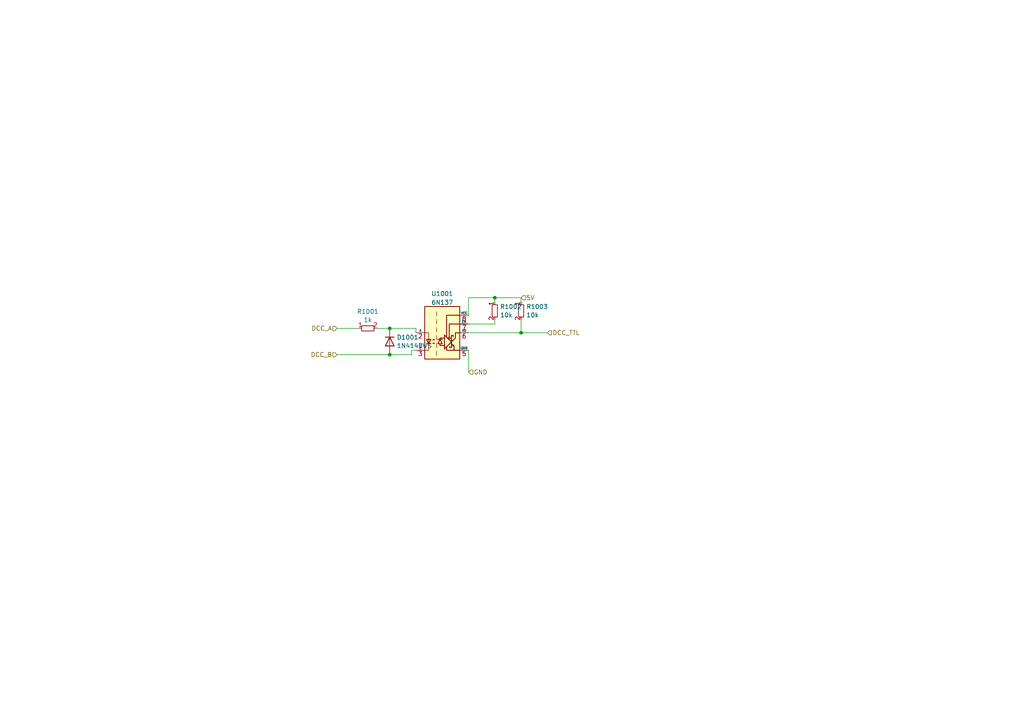
<source format=kicad_sch>
(kicad_sch (version 20231120) (generator "eeschema") (generator_version "8.0")
  (paper "A4")
  (lib_symbols
    (symbol "Isolator:6N137" (pin_names (offset 0))
      (property "Reference" "U" (at -4.064 8.89 0))
      (property "Value" "6N137" (at 0 -8.89 0))
      (symbol "6N137_0_1"
        (polyline (pts (xy 2.667 -3.556) (xy 2.667 -1.651)) (stroke (width 0.254)))
        (polyline (pts (xy 2.667 -2.159) (xy 2.667 -2.921)) (stroke (width 0.254)))
        (polyline (pts (xy 3.429 -3.937) (xy 3.429 -5.08)) (stroke (width 0.254)))
        (polyline (pts (xy -0.635 -3.302) (xy -0.635 -3.683) (xy 0.635 -3.683)) (stroke (width 0.254)))
        (polyline (pts (xy -0.635 -1.905) (xy -0.635 -1.524) (xy 0.508 -1.524)) (stroke (width 0.254)))
        (polyline (pts (xy 1.27 -4.064) (xy 1.27 -5.08) (xy 5.08 -5.08)) (stroke (width 0.254)))
        (polyline (pts (xy 1.27 -1.27) (xy 1.27 5.08) (xy 5.08 5.08)) (stroke (width 0.254)))
        (polyline (pts (xy 2.032 -1.27) (xy 2.032 2.54) (xy 5.08 2.54)) (stroke (width 0.254)))
        (polyline (pts (xy -5.08 -5.08) (xy -3.937 -5.08) (xy -3.937 0) (xy -5.08 0)))
        (polyline (pts (xy 2.667 -3.302) (xy 2.667 -4.318) (xy 2.159 -4.318) (xy 2.159 -3.937)) (stroke (width 0.254)))
        (polyline (pts (xy 2.667 -2.667) (xy 0.635 -4.699) (xy 0.635 -0.635) (xy 2.667 -2.667)) (stroke (width 0.254)))
        (polyline (pts (xy 2.667 -1.778) (xy 2.667 -0.762) (xy 3.175 -0.762) (xy 3.175 -1.143)) (stroke (width 0.254)))
        (polyline (pts (xy 2.794 -2.54) (xy 3.81 -1.524) (xy 3.81 0) (xy 5.08 0)) (stroke (width 0.254)))
        (polyline (pts (xy 2.667 -3.175) (xy 3.429 -3.937) (xy 3.302 -3.556) (xy 3.048 -3.81) (xy 3.429 -3.937)) (stroke (width 0.254)))
        (circle (center 2.032 -1.524) (radius 0.254) (stroke (width 0.254)))
      )
      (symbol "6N137_1_1"
        (rectangle (start -5.08 7.62) (end 5.08 -7.62) (stroke (width 0.254)) (fill (type background)))
        (polyline (pts (xy -4.572 -3.175) (xy -3.302 -3.175)) (stroke (width 0.254)))
        (polyline (pts (xy -1.651 -5.334) (xy -1.651 -6.604)))
        (polyline (pts (xy -1.651 -3.048) (xy -1.651 -4.318)))
        (polyline (pts (xy -1.651 -0.762) (xy -1.651 -2.032)))
        (polyline (pts (xy -1.651 1.524) (xy -1.651 0.254)))
        (polyline (pts (xy -1.651 3.81) (xy -1.651 2.54)))
        (polyline (pts (xy -1.651 6.096) (xy -1.651 4.826)))
        (polyline (pts (xy -1.27 -1.905) (xy 0 -1.905)) (stroke (width 0.254)))
        (polyline (pts (xy -3.937 -3.175) (xy -4.572 -1.905) (xy -3.302 -1.905) (xy -3.937 -3.175)) (stroke (width 0.254)))
        (polyline (pts (xy -0.635 -1.905) (xy -1.27 -3.175) (xy 0 -3.175) (xy -0.635 -1.905)) (stroke (width 0.254)))
        (polyline (pts (xy -2.921 -3.048) (xy -2.159 -3.048) (xy -2.54 -3.175) (xy -2.54 -2.921) (xy -2.159 -3.048)) (stroke (width 0.127)))
        (polyline (pts (xy -2.921 -2.032) (xy -2.159 -2.032) (xy -2.54 -2.159) (xy -2.54 -1.905) (xy -2.159 -2.032)) (stroke (width 0.127)))
        (pin no_connect line (at -5.08 5.08 0) (length 2.54) hide (name "NC") (number "1"))
        (pin passive line (at -7.62 0 0) (length 2.54) (name "A") (number "2"))
        (pin passive line (at -7.62 -5.08 0) (length 2.54) (name "C") (number "3"))
        (pin power_in line (at 7.62 -5.08 180) (length 2.54) (name "GND") (number "5"))
        (pin open_collector line (at 7.62 0 180) (length 2.54) (name "VO") (number "6"))
        (pin input line (at 7.62 2.54 180) (length 2.54) (name "EN") (number "7"))
        (pin power_in line (at 7.62 5.08 180) (length 2.54) (name "VCC") (number "8"))
      )
    )
    (symbol "custom_kicad_lib_sk:1N4148WS" (pin_numbers hide) (pin_names hide)
      (property "Reference" "D" (at 0 2.54 0))
      (property "Value" "1N4148WS" (at 0 -2.54 0))
      (symbol "1N4148WS_0_1"
        (polyline (pts (xy -1.27 1.27) (xy -1.27 -1.27)) (stroke (width 0.254)))
        (polyline (pts (xy 1.27 0) (xy -1.27 0)))
        (polyline (pts (xy 1.27 1.27) (xy 1.27 -1.27) (xy -1.27 0) (xy 1.27 1.27)) (stroke (width 0.254)))
      )
      (symbol "1N4148WS_1_1"
        (pin passive line (at -3.81 0 0) (length 2.54) (name "K") (number "1"))
        (pin passive line (at 3.81 0 180) (length 2.54) (name "A") (number "2"))
      )
    )
    (symbol "resistors_0603:R_10k_0603"
      (property "Reference" "R" (at 1.27 2.54 0))
      (property "Value" "10k" (at 2.54 -2.54 0))
      (symbol "R_10k_0603_0_1"
        (rectangle (start -0.762 1.778) (end 0.762 -1.778) (stroke (width 0.2032)))
      )
      (symbol "R_10k_0603_1_1"
        (pin passive line (at 0 2.54 270) (length 0.762) (name "~") (number "1"))
        (pin passive line (at 0 -2.54 90) (length 0.762) (name "~") (number "2"))
      )
    )
    (symbol "resistors_0603:R_1k_0603"
      (property "Reference" "R" (at 1.27 2.54 0))
      (property "Value" "1k" (at 2.54 -2.54 0))
      (symbol "R_1k_0603_0_1"
        (rectangle (start -0.762 1.778) (end 0.762 -1.778) (stroke (width 0.2032)))
      )
      (symbol "R_1k_0603_1_1"
        (pin passive line (at 0 2.54 270) (length 0.762) (name "~") (number "1"))
        (pin passive line (at 0 -2.54 90) (length 0.762) (name "~") (number "2"))
      )
    )
  )
  (junction (at 151.13 96.52))
  (junction (at 113.03 102.87))
  (junction (at 143.51 86.36))
  (junction (at 113.03 95.25))
  (wire (pts (xy 135.89 101.6) (xy 135.89 107.95)))
  (wire (pts (xy 143.51 86.36) (xy 151.13 86.36)))
  (wire (pts (xy 143.51 86.36) (xy 143.51 87.63)))
  (wire (pts (xy 151.13 96.52) (xy 158.75 96.52)))
  (wire (pts (xy 97.79 102.87) (xy 113.03 102.87)))
  (wire (pts (xy 135.89 96.52) (xy 151.13 96.52)))
  (wire (pts (xy 113.03 102.87) (xy 119.38 102.87)))
  (wire (pts (xy 143.51 92.71) (xy 143.51 93.98)))
  (wire (pts (xy 119.38 101.6) (xy 119.38 102.87)))
  (wire (pts (xy 120.65 96.52) (xy 120.65 95.25)))
  (wire (pts (xy 135.89 93.98) (xy 143.51 93.98)))
  (wire (pts (xy 135.89 86.36) (xy 143.51 86.36)))
  (wire (pts (xy 135.89 91.44) (xy 135.89 86.36)))
  (wire (pts (xy 97.79 95.25) (xy 104.14 95.25)))
  (wire (pts (xy 151.13 86.36) (xy 151.13 87.63)))
  (wire (pts (xy 151.13 92.71) (xy 151.13 96.52)))
  (wire (pts (xy 120.65 101.6) (xy 119.38 101.6)))
  (wire (pts (xy 113.03 95.25) (xy 120.65 95.25)))
  (wire (pts (xy 109.22 95.25) (xy 113.03 95.25)))
  (hierarchical_label "GND" (shape input) (at 135.89 107.95 0))
  (hierarchical_label "DCC_A" (shape input) (at 97.79 95.25 180))
  (hierarchical_label "5V" (shape input) (at 151.13 86.36 0))
  (hierarchical_label "DCC_TTL" (shape input) (at 158.75 96.52 0))
  (hierarchical_label "DCC_B" (shape input) (at 97.79 102.87 180))
  (symbol (lib_id "resistors_0603:R_10k_0603") (at 143.51 90.17 0) (unit 1)
    (property "Reference" "R1002" (at 145.0086 88.9579 0) (effects (justify left)))
    (property "Value" "10k" (at 145.0086 91.3821 0) (effects (justify left)))
    (property "Footprint" "custom_kicad_lib_sk:R_0603_smalltext" (effects (hide yes)))
    (property "JLCPCB Part#" "C25804" (effects (hide yes)))
  )
  (symbol (lib_id "resistors_0603:R_10k_0603") (at 151.13 90.17 0) (unit 1)
    (property "Reference" "R1003" (at 152.6286 88.9579 0) (effects (justify left)))
    (property "Value" "10k" (at 152.6286 91.3821 0) (effects (justify left)))
    (property "Footprint" "custom_kicad_lib_sk:R_0603_smalltext" (effects (hide yes)))
    (property "JLCPCB Part#" "C25804" (effects (hide yes)))
  )
  (symbol (lib_id "custom_kicad_lib_sk:1N4148WS") (at 113.03 99.06 270) (unit 1)
    (property "Reference" "D1001" (at 115.062 97.8479 90) (effects (justify left)))
    (property "Value" "1N4148WS" (at 115.062 100.2721 90) (effects (justify left)))
    (property "Footprint" "Diode_SMD:D_SOD-323" (effects (hide yes)))
    (property "Datasheet" "https://www.vishay.com/docs/85751/1n4148ws.pdf" (effects (hide yes)))
    (property "Sim.Device" "D" (effects (hide yes)))
    (property "Sim.Pins" "1=K 2=A" (effects (hide yes)))
    (property "JLCPCB Part#" "C2128" (effects (hide yes)))
  )
  (symbol (lib_id "resistors_0603:R_1k_0603") (at 106.68 95.25 90) (unit 1)
    (property "Reference" "R1001" (at 106.68 90.3691 90))
    (property "Value" "1k" (at 106.68 92.7933 90))
    (property "Footprint" "custom_kicad_lib_sk:R_0603_smalltext" (effects (hide yes)))
    (property "JLCPCB Part#" "C21190" (effects (hide yes)))
  )
  (symbol (lib_id "Isolator:6N137") (at 128.27 96.52 0) (unit 1)
    (property "Reference" "U1001" (at 128.27 85.2002 0))
    (property "Value" "6N137" (at 128.27 87.7371 0))
    (property "Footprint" "Package_SO:SOP-8_6.62x9.15mm_P2.54mm" (effects (hide yes)))
    (property "Datasheet" "https://datasheet.lcsc.com/szlcsc/1908282202_Everlight-Elec-6N137S1-TA_C110020.pdf" (effects (hide yes)))
    (property "JLCPCB Part#" "C110020" (effects (hide yes)))
    (instances (project "DCC" (path "" (reference "U1001") (unit 1))) (project "OS-servoDriver" (path "" (reference "U1001") (unit 1))) (project "general_schematics" (path "" (reference "U701") (unit 1))))
  )
)
</source>
